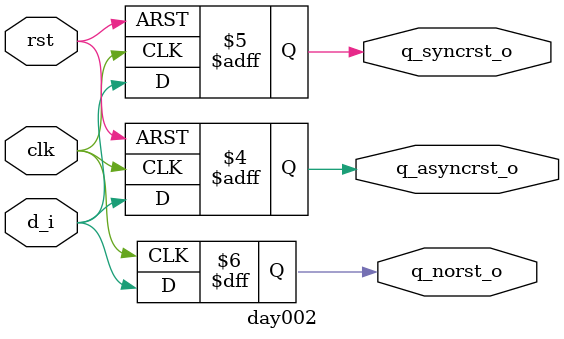
<source format=sv>

module day002 (
    input logic clk,
    input logic rst,
    input logic d_i,
    output logic q_norst_o,
    output logic q_syncrst_o,
    output logic q_asyncrst_o
);

    // DFF with no reset
    always_ff @(posedge clk) begin
        q_norst_o <= d_i;
    end

    // DFF with synchronous reset
    always_ff @(posedge clk or posedge rst) begin
        if (rst)
            q_syncrst_o <= 1'b0;
        else
            q_syncrst_o <= d_i;
    end

    // DFF with asynchronous reset
    always_ff @(posedge clk or posedge rst) begin
        if (rst)
            q_asyncrst_o <= 1'b0;
        else
            q_asyncrst_o <= d_i;
    end

endmodule

</source>
